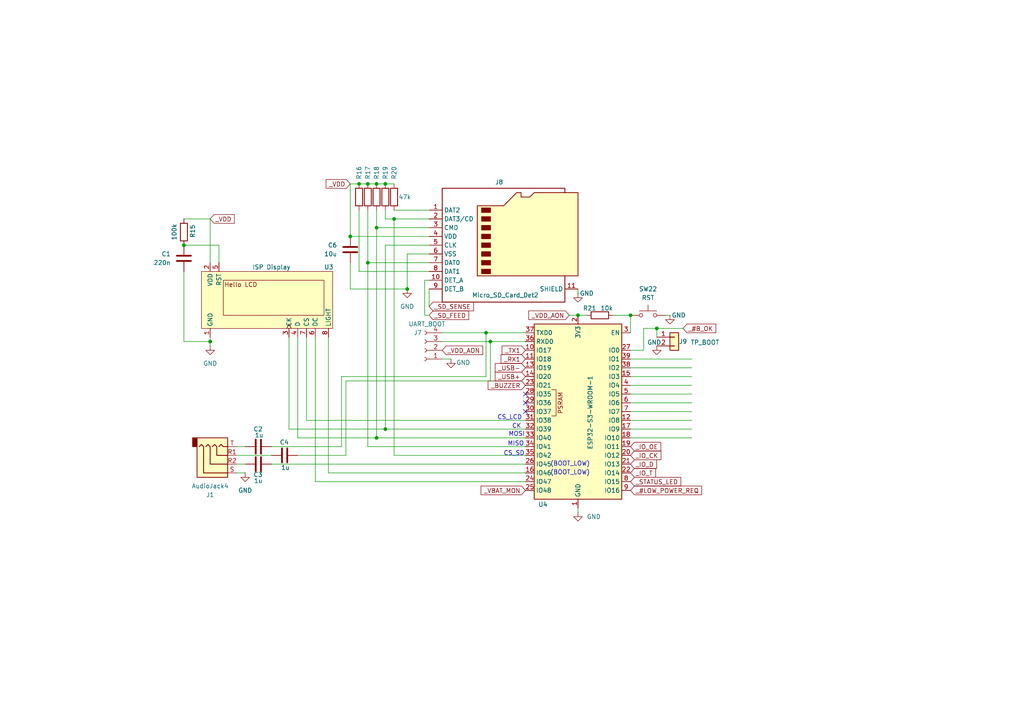
<source format=kicad_sch>
(kicad_sch (version 20231120) (generator "eeschema") (generator_version "8.0")
  (paper "A4")
  (lib_symbols
    (symbol "Connector:Conn_01x04_Socket" (pin_names (offset 1.016) hide)
      (property "Reference" "J" (at 0 5.08 0))
      (property "Value" "Conn_01x04_Socket" (at 0 -7.62 0))
      (symbol "Conn_01x04_Socket_1_1"
        (arc (start 0 -4.572) (mid -0.5058 -5.08) (end 0 -5.588) (stroke (width 0.1524)))
        (arc (start 0 -2.032) (mid -0.5058 -2.54) (end 0 -3.048) (stroke (width 0.1524)))
        (polyline (pts (xy -1.27 -5.08) (xy -0.508 -5.08)) (stroke (width 0.1524)))
        (polyline (pts (xy -1.27 -2.54) (xy -0.508 -2.54)) (stroke (width 0.1524)))
        (polyline (pts (xy -1.27 0) (xy -0.508 0)) (stroke (width 0.1524)))
        (polyline (pts (xy -1.27 2.54) (xy -0.508 2.54)) (stroke (width 0.1524)))
        (arc (start 0 0.508) (mid -0.5058 0) (end 0 -0.508) (stroke (width 0.1524)))
        (arc (start 0 3.048) (mid -0.5058 2.54) (end 0 2.032) (stroke (width 0.1524)))
        (pin passive line (at -5.08 2.54 0) (length 3.81) (name "Pin_1") (number "1"))
        (pin passive line (at -5.08 0 0) (length 3.81) (name "Pin_2") (number "2"))
        (pin passive line (at -5.08 -2.54 0) (length 3.81) (name "Pin_3") (number "3"))
        (pin passive line (at -5.08 -5.08 0) (length 3.81) (name "Pin_4") (number "4"))
      )
    )
    (symbol "Connector:Micro_SD_Card_Det2"
      (property "Reference" "J" (at -16.51 17.78 0))
      (property "Value" "Micro_SD_Card_Det2" (at 16.51 17.78 0))
      (symbol "Micro_SD_Card_Det2_0_1"
        (rectangle (start -7.62 -6.985) (end -5.08 -8.255) (stroke (width 0.254)) (fill (type outline)))
        (rectangle (start -7.62 -4.445) (end -5.08 -5.715) (stroke (width 0.254)) (fill (type outline)))
        (rectangle (start -7.62 -1.905) (end -5.08 -3.175) (stroke (width 0.254)) (fill (type outline)))
        (rectangle (start -7.62 0.635) (end -5.08 -0.635) (stroke (width 0.254)) (fill (type outline)))
        (rectangle (start -7.62 3.175) (end -5.08 1.905) (stroke (width 0.254)) (fill (type outline)))
        (rectangle (start -7.62 5.715) (end -5.08 4.445) (stroke (width 0.254)) (fill (type outline)))
        (rectangle (start -7.62 8.255) (end -5.08 6.985) (stroke (width 0.254)) (fill (type outline)))
        (rectangle (start -7.62 10.795) (end -5.08 9.525) (stroke (width 0.254)) (fill (type outline)))
        (polyline (pts (xy 16.51 15.24) (xy 16.51 16.51) (xy -19.05 16.51) (xy -19.05 -16.51) (xy 16.51 -16.51) (xy 16.51 -8.89)) (stroke (width 0.254)))
        (polyline (pts (xy -8.89 -8.89) (xy -8.89 11.43) (xy -1.27 11.43) (xy 2.54 15.24) (xy 3.81 15.24) (xy 3.81 13.97) (xy 6.35 13.97) (xy 7.62 15.24) (xy 20.32 15.24) (xy 20.32 -8.89) (xy -8.89 -8.89)) (stroke (width 0.254)) (fill (type background)))
      )
      (symbol "Micro_SD_Card_Det2_1_1"
        (pin bidirectional line (at -22.86 10.16 0) (length 3.81) (name "DAT2") (number "1"))
        (pin passive line (at -22.86 -10.16 0) (length 3.81) (name "DET_A") (number "10"))
        (pin passive line (at 20.32 -12.7 180) (length 3.81) (name "SHIELD") (number "11"))
        (pin bidirectional line (at -22.86 7.62 0) (length 3.81) (name "DAT3/CD") (number "2"))
        (pin input line (at -22.86 5.08 0) (length 3.81) (name "CMD") (number "3"))
        (pin power_in line (at -22.86 2.54 0) (length 3.81) (name "VDD") (number "4"))
        (pin input line (at -22.86 0 0) (length 3.81) (name "CLK") (number "5"))
        (pin power_in line (at -22.86 -2.54 0) (length 3.81) (name "VSS") (number "6"))
        (pin bidirectional line (at -22.86 -5.08 0) (length 3.81) (name "DAT0") (number "7"))
        (pin bidirectional line (at -22.86 -7.62 0) (length 3.81) (name "DAT1") (number "8"))
        (pin passive line (at -22.86 -12.7 0) (length 3.81) (name "DET_B") (number "9"))
      )
    )
    (symbol "Connector_Audio:AudioJack4"
      (property "Reference" "J" (at 0 8.89 0))
      (property "Value" "AudioJack4" (at 0 6.35 0))
      (symbol "AudioJack4_0_1"
        (rectangle (start -6.35 -5.08) (end -7.62 -7.62) (stroke (width 0.254)) (fill (type outline)))
        (polyline (pts (xy 0 -5.08) (xy 0.635 -5.715) (xy 1.27 -5.08) (xy 2.54 -5.08)) (stroke (width 0.254)))
        (polyline (pts (xy -5.715 -5.08) (xy -5.08 -5.715) (xy -4.445 -5.08) (xy -4.445 2.54) (xy 2.54 2.54)) (stroke (width 0.254)))
        (polyline (pts (xy -1.905 -5.08) (xy -1.27 -5.715) (xy -0.635 -5.08) (xy -0.635 -2.54) (xy 2.54 -2.54)) (stroke (width 0.254)))
        (polyline (pts (xy 2.54 0) (xy -2.54 0) (xy -2.54 -5.08) (xy -3.175 -5.715) (xy -3.81 -5.08)) (stroke (width 0.254)))
        (rectangle (start 2.54 3.81) (end -6.35 -7.62) (stroke (width 0.254)) (fill (type background)))
      )
      (symbol "AudioJack4_1_1"
        (pin passive line (at 5.08 -2.54 180) (length 2.54) (name "~") (number "R1"))
        (pin passive line (at 5.08 0 180) (length 2.54) (name "~") (number "R2"))
        (pin passive line (at 5.08 2.54 180) (length 2.54) (name "~") (number "S"))
        (pin passive line (at 5.08 -5.08 180) (length 2.54) (name "~") (number "T"))
      )
    )
    (symbol "Connector_Generic:Conn_01x02" (pin_names (offset 1.016) hide)
      (property "Reference" "J" (at 0 2.54 0))
      (property "Value" "Conn_01x02" (at 0 -5.08 0))
      (symbol "Conn_01x02_1_1"
        (rectangle (start -1.27 -2.413) (end 0 -2.667) (stroke (width 0.1524)))
        (rectangle (start -1.27 0.127) (end 0 -0.127) (stroke (width 0.1524)))
        (rectangle (start -1.27 1.27) (end 1.27 -3.81) (stroke (width 0.254)) (fill (type background)))
        (pin passive line (at -5.08 0 0) (length 3.81) (name "Pin_1") (number "1"))
        (pin passive line (at -5.08 -2.54 0) (length 3.81) (name "Pin_2") (number "2"))
      )
    )
    (symbol "Device:C" (pin_numbers hide) (pin_names (offset 0.254))
      (property "Reference" "C" (at 0.635 2.54 0))
      (property "Value" "C" (at 0.635 -2.54 0))
      (symbol "C_0_1"
        (polyline (pts (xy -2.032 -0.762) (xy 2.032 -0.762)) (stroke (width 0.508)))
        (polyline (pts (xy -2.032 0.762) (xy 2.032 0.762)) (stroke (width 0.508)))
      )
      (symbol "C_1_1"
        (pin passive line (at 0 3.81 270) (length 2.794) (name "~") (number "1"))
        (pin passive line (at 0 -3.81 90) (length 2.794) (name "~") (number "2"))
      )
    )
    (symbol "Device:R" (pin_numbers hide) (pin_names (offset 0))
      (property "Reference" "R" (at 2.032 0 90))
      (property "Value" "R" (at 0 0 90))
      (symbol "R_0_1"
        (rectangle (start -1.016 -2.54) (end 1.016 2.54) (stroke (width 0.254)))
      )
      (symbol "R_1_1"
        (pin passive line (at 0 3.81 270) (length 1.27) (name "~") (number "1"))
        (pin passive line (at 0 -3.81 90) (length 1.27) (name "~") (number "2"))
      )
    )
    (symbol "RF_Module:ESP32-S3-WROOM-1"
      (property "Reference" "U" (at -12.7 26.67 0))
      (property "Value" "ESP32-S3-WROOM-1" (at 12.7 26.67 0))
      (symbol "ESP32-S3-WROOM-1_0_0"
        (rectangle (start -12.7 25.4) (end 12.7 -25.4) (stroke (width 0.254)) (fill (type background)))
        (text "PSRAM" (at 5.08 2.54 900) (effects (font (size 1.27 1.27))))
      )
      (symbol "ESP32-S3-WROOM-1_0_1"
        (polyline (pts (xy 7.62 -1.27) (xy 6.35 -1.27) (xy 6.35 6.35) (xy 7.62 6.35)))
      )
      (symbol "ESP32-S3-WROOM-1_1_1"
        (pin power_in line (at 0 -27.94 90) (length 2.54) (name "GND") (number "1"))
        (pin bidirectional line (at 15.24 17.78 180) (length 2.54) (name "IO17") (number "10"))
        (pin bidirectional line (at 15.24 15.24 180) (length 2.54) (name "IO18") (number "11"))
        (pin bidirectional line (at -15.24 -2.54 0) (length 2.54) (name "IO8") (number "12"))
        (pin bidirectional line (at 15.24 12.7 180) (length 2.54) (name "IO19") (number "13"))
        (pin bidirectional line (at 15.24 10.16 180) (length 2.54) (name "IO20") (number "14"))
        (pin bidirectional line (at -15.24 10.16 0) (length 2.54) (name "IO3") (number "15"))
        (pin bidirectional line (at 15.24 -17.78 180) (length 2.54) (name "IO46") (number "16"))
        (pin bidirectional line (at -15.24 -5.08 0) (length 2.54) (name "IO9") (number "17"))
        (pin bidirectional line (at -15.24 -7.62 0) (length 2.54) (name "IO10") (number "18"))
        (pin bidirectional line (at -15.24 -10.16 0) (length 2.54) (name "IO11") (number "19"))
        (pin power_in line (at 0 27.94 270) (length 2.54) (name "3V3") (number "2"))
        (pin bidirectional line (at -15.24 -12.7 0) (length 2.54) (name "IO12") (number "20"))
        (pin bidirectional line (at -15.24 -15.24 0) (length 2.54) (name "IO13") (number "21"))
        (pin bidirectional line (at -15.24 -17.78 0) (length 2.54) (name "IO14") (number "22"))
        (pin bidirectional line (at 15.24 7.62 180) (length 2.54) (name "IO21") (number "23"))
        (pin bidirectional line (at 15.24 -20.32 180) (length 2.54) (name "IO47") (number "24"))
        (pin bidirectional line (at 15.24 -22.86 180) (length 2.54) (name "IO48") (number "25"))
        (pin bidirectional line (at 15.24 -15.24 180) (length 2.54) (name "IO45") (number "26"))
        (pin bidirectional line (at -15.24 17.78 0) (length 2.54) (name "IO0") (number "27"))
        (pin bidirectional line (at 15.24 5.08 180) (length 2.54) (name "IO35") (number "28"))
        (pin bidirectional line (at 15.24 2.54 180) (length 2.54) (name "IO36") (number "29"))
        (pin input line (at -15.24 22.86 0) (length 2.54) (name "EN") (number "3"))
        (pin bidirectional line (at 15.24 0 180) (length 2.54) (name "IO37") (number "30"))
        (pin bidirectional line (at 15.24 -2.54 180) (length 2.54) (name "IO38") (number "31"))
        (pin bidirectional line (at 15.24 -5.08 180) (length 2.54) (name "IO39") (number "32"))
        (pin bidirectional line (at 15.24 -7.62 180) (length 2.54) (name "IO40") (number "33"))
        (pin bidirectional line (at 15.24 -10.16 180) (length 2.54) (name "IO41") (number "34"))
        (pin bidirectional line (at 15.24 -12.7 180) (length 2.54) (name "IO42") (number "35"))
        (pin bidirectional line (at 15.24 20.32 180) (length 2.54) (name "RXD0") (number "36"))
        (pin bidirectional line (at 15.24 22.86 180) (length 2.54) (name "TXD0") (number "37"))
        (pin bidirectional line (at -15.24 12.7 0) (length 2.54) (name "IO2") (number "38"))
        (pin bidirectional line (at -15.24 15.24 0) (length 2.54) (name "IO1") (number "39"))
        (pin bidirectional line (at -15.24 7.62 0) (length 2.54) (name "IO4") (number "4"))
        (pin passive line (at 0 -27.94 90) (length 2.54) hide (name "GND") (number "40"))
        (pin passive line (at 0 -27.94 90) (length 2.54) hide (name "GND") (number "41"))
        (pin bidirectional line (at -15.24 5.08 0) (length 2.54) (name "IO5") (number "5"))
        (pin bidirectional line (at -15.24 2.54 0) (length 2.54) (name "IO6") (number "6"))
        (pin bidirectional line (at -15.24 0 0) (length 2.54) (name "IO7") (number "7"))
        (pin bidirectional line (at -15.24 -20.32 0) (length 2.54) (name "IO15") (number "8"))
        (pin bidirectional line (at -15.24 -22.86 0) (length 2.54) (name "IO16") (number "9"))
      )
    )
    (symbol "Switch:SW_Push" (pin_numbers hide) (pin_names (offset 1.016) hide)
      (property "Reference" "SW" (at 1.27 2.54 0))
      (property "Value" "SW_Push" (at 0 -1.524 0))
      (symbol "SW_Push_0_1"
        (circle (center -2.032 0) (radius 0.508))
        (polyline (pts (xy 0 1.27) (xy 0 3.048)))
        (polyline (pts (xy 2.54 1.27) (xy -2.54 1.27)))
        (circle (center 2.032 0) (radius 0.508))
        (pin passive line (at -5.08 0 0) (length 2.54) (name "1") (number "1"))
        (pin passive line (at 5.08 0 180) (length 2.54) (name "2") (number "2"))
      )
    )
    (symbol "custom:ISP_Display_ST7789_1.9inch"
      (property "Reference" "U" (at 17.78 1.27 0))
      (symbol "ISP_Display_ST7789_1.9inch_1_1"
        (rectangle (start 0 0) (end 38.1 -16.51) (fill (type background)))
        (rectangle (start 6.35 -2.54) (end 35.56 -12.7))
        (text "Hello LCD\n" (at 11.43 -3.81 0) (effects (font (size 1.27 1.27))))
        (pin power_in line (at 2.54 -19.05 90) (length 2.54) (name "GND") (number "1"))
        (pin power_in line (at 2.54 2.54 270) (length 2.54) (name "VDD") (number "2"))
        (pin input clock (at 25.4 -19.05 90) (length 2.54) (name "CK") (number "3"))
        (pin input line (at 27.94 -19.05 90) (length 2.54) (name "D") (number "4"))
        (pin input line (at 5.08 2.54 270) (length 2.54) (name "RST") (number "5"))
        (pin input line (at 33.02 -19.05 90) (length 2.54) (name "DC") (number "6"))
        (pin input line (at 30.48 -19.05 90) (length 2.54) (name "CS") (number "7"))
        (pin power_in line (at 36.83 -19.05 90) (length 2.54) (name "LIGHT") (number "8"))
      )
    )
    (symbol "power:GND" (power) (pin_numbers hide) (pin_names (offset 0) hide)
      (property "Value" "GND" (at 0 -3.81 0))
      (symbol "GND_0_1"
        (polyline (pts (xy 0 0) (xy 0 -1.27) (xy 1.27 -1.27) (xy 0 -2.54) (xy -1.27 -1.27) (xy 0 -1.27)))
      )
      (symbol "GND_1_1"
        (pin power_in line (at 0 0 270) (length 0) (name "~") (number "1"))
      )
    )
  )
  (junction (at 53.34 71.12))
  (junction (at 106.68 53.34))
  (junction (at 140.97 96.52))
  (junction (at 111.76 53.34))
  (junction (at 142.24 99.06))
  (junction (at 167.64 91.44))
  (junction (at 106.68 76.2))
  (junction (at 109.22 127))
  (junction (at 114.3 63.5))
  (junction (at 190.5 95.25))
  (junction (at 118.11 83.82))
  (junction (at 109.22 66.04))
  (junction (at 60.96 99.06))
  (junction (at 182.88 91.44))
  (junction (at 111.76 124.46))
  (junction (at 101.6 68.58))
  (junction (at 109.22 53.34))
  (junction (at 104.14 53.34))
  (no_connect (at 152.4 114.3))
  (no_connect (at 152.4 119.38))
  (no_connect (at 152.4 116.84))
  (wire (pts (xy 78.74 129.54) (xy 99.06 129.54)))
  (wire (pts (xy 86.36 132.08) (xy 100.33 132.08)))
  (wire (pts (xy 104.14 78.74) (xy 104.14 60.96)))
  (wire (pts (xy 186.69 95.25) (xy 186.69 101.6)))
  (wire (pts (xy 111.76 71.12) (xy 124.46 71.12)))
  (wire (pts (xy 182.88 104.14) (xy 200.66 104.14)))
  (wire (pts (xy 99.06 109.22) (xy 140.97 109.22)))
  (wire (pts (xy 124.46 66.04) (xy 109.22 66.04)))
  (wire (pts (xy 91.44 139.7) (xy 152.4 139.7)))
  (wire (pts (xy 142.24 99.06) (xy 152.4 99.06)))
  (wire (pts (xy 167.64 91.44) (xy 170.18 91.44)))
  (wire (pts (xy 114.3 60.96) (xy 124.46 60.96)))
  (wire (pts (xy 123.19 81.28) (xy 124.46 81.28)))
  (wire (pts (xy 83.82 97.79) (xy 83.82 124.46)))
  (wire (pts (xy 106.68 129.54) (xy 152.4 129.54)))
  (wire (pts (xy 109.22 53.34) (xy 111.76 53.34)))
  (wire (pts (xy 182.88 96.52) (xy 182.88 91.44)))
  (wire (pts (xy 124.46 88.9) (xy 124.46 83.82)))
  (wire (pts (xy 99.06 129.54) (xy 99.06 109.22)))
  (wire (pts (xy 124.46 68.58) (xy 101.6 68.58)))
  (wire (pts (xy 167.64 148.59) (xy 167.64 147.32)))
  (wire (pts (xy 182.88 127) (xy 200.66 127)))
  (wire (pts (xy 123.19 81.28) (xy 123.19 91.44)))
  (wire (pts (xy 106.68 76.2) (xy 106.68 60.96)))
  (wire (pts (xy 95.25 137.16) (xy 95.25 97.79)))
  (wire (pts (xy 53.34 71.12) (xy 63.5 71.12)))
  (wire (pts (xy 128.27 99.06) (xy 142.24 99.06)))
  (wire (pts (xy 177.8 91.44) (xy 182.88 91.44)))
  (wire (pts (xy 152.4 132.08) (xy 114.3 132.08)))
  (wire (pts (xy 118.11 73.66) (xy 124.46 73.66)))
  (wire (pts (xy 130.81 104.14) (xy 128.27 104.14)))
  (wire (pts (xy 53.34 63.5) (xy 60.96 63.5)))
  (wire (pts (xy 182.88 124.46) (xy 200.66 124.46)))
  (wire (pts (xy 123.19 91.44) (xy 124.46 91.44)))
  (wire (pts (xy 104.14 53.34) (xy 106.68 53.34)))
  (wire (pts (xy 194.31 91.44) (xy 193.04 91.44)))
  (wire (pts (xy 101.6 76.2) (xy 101.6 83.82)))
  (wire (pts (xy 190.5 95.25) (xy 186.69 95.25)))
  (wire (pts (xy 182.88 121.92) (xy 200.66 121.92)))
  (wire (pts (xy 111.76 71.12) (xy 111.76 124.46)))
  (wire (pts (xy 78.74 134.62) (xy 152.4 134.62)))
  (wire (pts (xy 124.46 76.2) (xy 106.68 76.2)))
  (wire (pts (xy 182.88 116.84) (xy 200.66 116.84)))
  (wire (pts (xy 128.27 96.52) (xy 140.97 96.52)))
  (wire (pts (xy 142.24 99.06) (xy 142.24 110.49)))
  (wire (pts (xy 114.3 63.5) (xy 111.76 63.5)))
  (wire (pts (xy 106.68 53.34) (xy 109.22 53.34)))
  (wire (pts (xy 140.97 96.52) (xy 152.4 96.52)))
  (wire (pts (xy 86.36 127) (xy 109.22 127)))
  (wire (pts (xy 182.88 106.68) (xy 200.66 106.68)))
  (wire (pts (xy 101.6 83.82) (xy 118.11 83.82)))
  (wire (pts (xy 124.46 63.5) (xy 114.3 63.5)))
  (wire (pts (xy 86.36 97.79) (xy 86.36 127)))
  (wire (pts (xy 106.68 76.2) (xy 106.68 129.54)))
  (wire (pts (xy 109.22 66.04) (xy 109.22 60.96)))
  (wire (pts (xy 60.96 63.5) (xy 60.96 76.2)))
  (wire (pts (xy 88.9 121.92) (xy 152.4 121.92)))
  (wire (pts (xy 140.97 109.22) (xy 140.97 96.52)))
  (wire (pts (xy 109.22 127) (xy 152.4 127)))
  (wire (pts (xy 111.76 124.46) (xy 152.4 124.46)))
  (wire (pts (xy 60.96 99.06) (xy 60.96 97.79)))
  (wire (pts (xy 71.12 129.54) (xy 68.58 129.54)))
  (wire (pts (xy 53.34 99.06) (xy 53.34 78.74)))
  (wire (pts (xy 88.9 97.79) (xy 88.9 121.92)))
  (wire (pts (xy 63.5 71.12) (xy 63.5 76.2)))
  (wire (pts (xy 60.96 100.33) (xy 60.96 99.06)))
  (wire (pts (xy 68.58 134.62) (xy 71.12 134.62)))
  (wire (pts (xy 165.1 91.44) (xy 167.64 91.44)))
  (wire (pts (xy 186.69 101.6) (xy 182.88 101.6)))
  (wire (pts (xy 114.3 63.5) (xy 114.3 132.08)))
  (wire (pts (xy 167.64 85.09) (xy 167.64 83.82)))
  (wire (pts (xy 100.33 110.49) (xy 100.33 132.08)))
  (wire (pts (xy 111.76 53.34) (xy 114.3 53.34)))
  (wire (pts (xy 118.11 73.66) (xy 118.11 83.82)))
  (wire (pts (xy 71.12 137.16) (xy 68.58 137.16)))
  (wire (pts (xy 182.88 111.76) (xy 200.66 111.76)))
  (wire (pts (xy 182.88 114.3) (xy 200.66 114.3)))
  (wire (pts (xy 101.6 68.58) (xy 101.6 53.34)))
  (wire (pts (xy 95.25 137.16) (xy 152.4 137.16)))
  (wire (pts (xy 111.76 60.96) (xy 111.76 63.5)))
  (wire (pts (xy 124.46 78.74) (xy 104.14 78.74)))
  (wire (pts (xy 91.44 97.79) (xy 91.44 139.7)))
  (wire (pts (xy 142.24 110.49) (xy 100.33 110.49)))
  (wire (pts (xy 83.82 124.46) (xy 111.76 124.46)))
  (wire (pts (xy 68.58 132.08) (xy 78.74 132.08)))
  (wire (pts (xy 182.88 109.22) (xy 200.66 109.22)))
  (wire (pts (xy 182.88 119.38) (xy 200.66 119.38)))
  (wire (pts (xy 190.5 95.25) (xy 190.5 97.79)))
  (wire (pts (xy 101.6 53.34) (xy 104.14 53.34)))
  (wire (pts (xy 60.96 99.06) (xy 53.34 99.06)))
  (wire (pts (xy 198.12 95.25) (xy 190.5 95.25)))
  (wire (pts (xy 109.22 66.04) (xy 109.22 127)))
  (text "(BOOT_LOW)" (at 165.354 134.62 0) (effects (font (size 1.27 1.27))))
  (text "CS_SD\n" (at 149.098 131.572 0) (effects (font (size 1.27 1.27))))
  (text "CS_LCD\n" (at 147.828 121.158 0) (effects (font (size 1.27 1.27))))
  (text "CK\n" (at 149.86 123.698 0) (effects (font (size 1.27 1.27))))
  (text "(BOOT_LOW)" (at 165.354 137.16 0) (effects (font (size 1.27 1.27))))
  (text "MISO" (at 149.606 128.778 0) (effects (font (size 1.27 1.27))))
  (text "MOSI\n" (at 149.86 125.984 0) (effects (font (size 1.27 1.27))))
  (global_label "_IO_OE" (shape input) (at 182.88 129.54 0) (property "Intersheetrefs" "${INTERSHEET_REFS}" (effects (hide yes))))
  (global_label "_VBAT_MON" (shape input) (at 152.4 142.24 180) (property "Intersheetrefs" "${INTERSHEET_REFS}" (effects (hide yes))))
  (global_label "_USB+" (shape input) (at 152.4 109.22 180) (property "Intersheetrefs" "${INTERSHEET_REFS}" (effects (hide yes))))
  (global_label "_IO_D" (shape input) (at 182.88 134.62 0) (property "Intersheetrefs" "${INTERSHEET_REFS}" (effects (hide yes))))
  (global_label "_BUZZER" (shape input) (at 152.4 111.76 180) (property "Intersheetrefs" "${INTERSHEET_REFS}" (effects (hide yes))))
  (global_label "_VDD" (shape input) (at 60.96 63.5 0) (property "Intersheetrefs" "${INTERSHEET_REFS}" (effects (hide yes))))
  (global_label "_#B_OK" (shape input) (at 198.12 95.25 0) (property "Intersheetrefs" "${INTERSHEET_REFS}" (effects (hide yes))))
  (global_label "_STATUS_LED" (shape input) (at 182.88 139.7 0) (property "Intersheetrefs" "${INTERSHEET_REFS}" (effects (hide yes))))
  (global_label "_VDD_AON" (shape input) (at 128.27 101.6 0) (property "Intersheetrefs" "${INTERSHEET_REFS}" (effects (hide yes))))
  (global_label "_VDD" (shape input) (at 101.6 53.34 180) (property "Intersheetrefs" "${INTERSHEET_REFS}" (effects (hide yes))))
  (global_label "_USB-" (shape input) (at 152.4 106.68 180) (property "Intersheetrefs" "${INTERSHEET_REFS}" (effects (hide yes))))
  (global_label "_IO_CK" (shape input) (at 182.88 132.08 0) (property "Intersheetrefs" "${INTERSHEET_REFS}" (effects (hide yes))))
  (global_label "_VDD_AON" (shape input) (at 165.1 91.44 180) (property "Intersheetrefs" "${INTERSHEET_REFS}" (effects (hide yes))))
  (global_label "_IO_T" (shape input) (at 182.88 137.16 0) (property "Intersheetrefs" "${INTERSHEET_REFS}" (effects (hide yes))))
  (global_label "_#LOW_POWER_REQ" (shape input) (at 182.88 142.24 0) (property "Intersheetrefs" "${INTERSHEET_REFS}" (effects (hide yes))))
  (global_label "_SD_SENSE" (shape input) (at 124.46 88.9 0) (property "Intersheetrefs" "${INTERSHEET_REFS}" (effects (hide yes))))
  (global_label "_TX1" (shape input) (at 152.4 101.6 180) (property "Intersheetrefs" "${INTERSHEET_REFS}" (effects (hide yes))))
  (global_label "_RX1" (shape input) (at 152.4 104.14 180) (property "Intersheetrefs" "${INTERSHEET_REFS}" (effects (hide yes))))
  (global_label "_SD_FEED" (shape input) (at 124.46 91.44 0) (property "Intersheetrefs" "${INTERSHEET_REFS}" (effects (hide yes))))
  (symbol (lib_id "Device:R") (at 109.22 57.15 0) (unit 1)
    (property "Reference" "R18" (at 109.22 52.07 90) (effects (justify left)))
    (property "Value" "47k" (effects (hide yes)))
    (property "Footprint" "Resistor_SMD:R_0805_2012Metric_Pad1.20x1.40mm_HandSolder" (effects (hide yes)))
    (property "Description" "Resistor" (effects (hide yes)))
  )
  (symbol (lib_id "Device:C") (at 53.34 74.93 0) (mirror y) (unit 1)
    (property "Reference" "C1" (at 49.53 73.6599 0) (effects (justify left)))
    (property "Value" "220n" (at 49.53 76.1999 0) (effects (justify left)))
    (property "Footprint" "Capacitor_SMD:C_0805_2012Metric" (effects (hide yes)))
    (property "Description" "Unpolarized capacitor" (effects (hide yes)))
  )
  (symbol (lib_id "Device:R") (at 106.68 57.15 0) (unit 1)
    (property "Reference" "R17" (at 106.68 52.07 90) (effects (justify left)))
    (property "Value" "47k" (effects (hide yes)))
    (property "Footprint" "Resistor_SMD:R_0805_2012Metric_Pad1.20x1.40mm_HandSolder" (effects (hide yes)))
    (property "Description" "Resistor" (effects (hide yes)))
  )
  (symbol (lib_id "Device:R") (at 104.14 57.15 0) (unit 1)
    (property "Reference" "R16" (at 104.14 52.07 90) (effects (justify left)))
    (property "Value" "47k" (effects (hide yes)))
    (property "Footprint" "Resistor_SMD:R_0805_2012Metric_Pad1.20x1.40mm_HandSolder" (effects (hide yes)))
    (property "Description" "Resistor" (effects (hide yes)))
  )
  (symbol (lib_id "Device:R") (at 53.34 67.31 0) (unit 1)
    (property "Reference" "R15" (at 55.88 67.056 90))
    (property "Value" "100k" (at 50.546 67.31 90))
    (property "Footprint" "Resistor_SMD:R_0805_2012Metric_Pad1.20x1.40mm_HandSolder" (effects (hide yes)))
    (property "Description" "Resistor" (effects (hide yes)))
  )
  (symbol (lib_id "power:GND") (at 167.64 148.59 0) (mirror y) (unit 1)
    (property "Reference" "#PWR015" (effects (hide yes)))
    (property "Value" "GND" (at 170.18 149.8599 0) (effects (justify right)))
    (property "Description" "Power symbol creates a global label with name \"GND\" , ground" (effects (hide yes)))
  )
  (symbol (lib_id "Device:C") (at 82.55 132.08 90) (mirror x) (unit 1)
    (property "Reference" "C4" (at 83.82 128.27 90) (effects (justify left)))
    (property "Value" "1u" (at 84.074 135.636 90) (effects (justify left)))
    (property "Footprint" "Capacitor_SMD:C_0805_2012Metric" (effects (hide yes)))
    (property "Description" "Unpolarized capacitor" (effects (hide yes)))
  )
  (symbol (lib_id "power:GND") (at 71.12 137.16 0) (unit 1)
    (property "Reference" "#PWR010" (effects (hide yes)))
    (property "Value" "GND" (at 71.12 142.24 0))
    (property "Description" "Power symbol creates a global label with name \"GND\" , ground" (effects (hide yes)))
  )
  (symbol (lib_id "RF_Module:ESP32-S3-WROOM-1") (at 167.64 119.38 0) (mirror y) (unit 1)
    (property "Reference" "U4" (at 157.48 146.304 0))
    (property "Value" "ESP32-S3-WROOM-1" (at 171.196 119.634 90))
    (property "Footprint" "RF_Module:ESP32-S3-WROOM-1" (effects (hide yes)))
    (property "Datasheet" "https://www.espressif.com/sites/default/files/documentation/esp32-s3-wroom-1_wroom-1u_datasheet_en.pdf" (effects (hide yes)))
    (property "Description" "RF Module, ESP32-S3 SoC, Wi-Fi 802.11b/g/n, Bluetooth, BLE, 32-bit, 3.3V, onboard antenna, SMD" (effects (hide yes)))
  )
  (symbol (lib_id "power:GND") (at 167.64 85.09 0) (mirror y) (unit 1)
    (property "Reference" "#PWR014" (effects (hide yes)))
    (property "Value" "GND" (at 170.18 85.09 0))
    (property "Description" "Power symbol creates a global label with name \"GND\" , ground" (effects (hide yes)))
  )
  (symbol (lib_id "Device:R") (at 114.3 57.15 0) (unit 1)
    (property "Reference" "R20" (at 114.3 52.07 90) (effects (justify left)))
    (property "Value" "47k" (at 115.57 57.15 0) (effects (justify left)))
    (property "Footprint" "Resistor_SMD:R_0805_2012Metric_Pad1.20x1.40mm_HandSolder" (effects (hide yes)))
    (property "Description" "Resistor" (effects (hide yes)))
  )
  (symbol (lib_id "Device:R") (at 111.76 57.15 0) (unit 1)
    (property "Reference" "R19" (at 111.76 52.07 90) (effects (justify left)))
    (property "Value" "47k" (effects (hide yes)))
    (property "Footprint" "Resistor_SMD:R_0805_2012Metric_Pad1.20x1.40mm_HandSolder" (effects (hide yes)))
    (property "Description" "Resistor" (effects (hide yes)))
  )
  (symbol (lib_id "power:GND") (at 130.81 104.14 0) (mirror y) (unit 1)
    (property "Reference" "#PWR013" (effects (hide yes)))
    (property "Value" "GND" (at 134.366 105.156 0))
    (property "Description" "Power symbol creates a global label with name \"GND\" , ground" (effects (hide yes)))
  )
  (symbol (lib_id "power:GND") (at 194.31 91.44 0) (mirror y) (unit 1)
    (property "Reference" "#PWR018" (effects (hide yes)))
    (property "Value" "GND" (at 196.85 91.44 0))
    (property "Description" "Power symbol creates a global label with name \"GND\" , ground" (effects (hide yes)))
  )
  (symbol (lib_id "Switch:SW_Push") (at 187.96 91.44 0) (unit 1)
    (property "Reference" "SW22" (at 187.96 83.82 0))
    (property "Value" "RST" (at 187.96 86.36 0))
    (property "Footprint" "Button_Switch_SMD:SW_SPST_PTS647_Sx38" (effects (hide yes)))
    (property "Description" "Push button switch, generic, two pins" (effects (hide yes)))
  )
  (symbol (lib_id "Connector:Micro_SD_Card_Det2") (at 147.32 71.12 0) (unit 1)
    (property "Reference" "J8" (at 144.78 52.832 0))
    (property "Value" "Micro_SD_Card_Det2" (at 146.558 85.598 0))
    (property "Footprint" "footprints:microSD_Short_1" (effects (hide yes)))
    (property "Datasheet" "https://www.hirose.com/en/product/document?clcode=&productname=&series=DM3&documenttype=Catalog&lang=en&documentid=D49662_en" (effects (hide yes)))
    (property "Description" "Micro SD Card Socket with two card detection pins" (effects (hide yes)))
  )
  (symbol (lib_id "Device:R") (at 173.99 91.44 270) (unit 1)
    (property "Reference" "R21" (at 172.974 89.408 90) (effects (justify right)))
    (property "Value" "10k" (at 177.8 89.408 90) (effects (justify right)))
    (property "Footprint" "Resistor_SMD:R_0805_2012Metric_Pad1.20x1.40mm_HandSolder" (effects (hide yes)))
    (property "Description" "Resistor" (effects (hide yes)))
  )
  (symbol (lib_id "Connector_Generic:Conn_01x02") (at 195.58 97.79 0) (unit 1)
    (property "Reference" "J9" (at 198.12 99.06 0))
    (property "Value" "TP_BOOT" (at 204.47 99.314 0))
    (property "Footprint" "Connector_PinSocket_1.00mm:PinSocket_1x02_P1.00mm_Vertical" (effects (hide yes)))
    (property "Description" "Generic connector, single row, 01x02, script generated (kicad-library-utils/schlib/autogen/connector/)" (effects (hide yes)))
  )
  (symbol (lib_id "power:GND") (at 60.96 100.33 0) (mirror y) (unit 1)
    (property "Reference" "#PWR07" (effects (hide yes)))
    (property "Value" "GND" (at 60.96 105.41 0))
    (property "Description" "Power symbol creates a global label with name \"GND\" , ground" (effects (hide yes)))
  )
  (symbol (lib_id "Device:C") (at 101.6 72.39 0) (mirror y) (unit 1)
    (property "Reference" "C6" (at 97.79 71.1199 0) (effects (justify left)))
    (property "Value" "10u" (at 97.79 73.6599 0) (effects (justify left)))
    (property "Footprint" "Capacitor_SMD:C_0805_2012Metric" (effects (hide yes)))
    (property "Description" "Unpolarized capacitor" (effects (hide yes)))
  )
  (symbol (lib_id "Connector_Audio:AudioJack4") (at 63.5 134.62 0) (mirror x) (unit 1)
    (property "Reference" "J1" (at 60.96 143.51 0))
    (property "Value" "AudioJack4" (at 60.96 140.97 0))
    (property "Footprint" "Connector_Audio:Jack_3.5mm_PJ320E_Horizontal" (effects (hide yes)))
    (property "Description" "Audio Jack, 4 Poles (TRRS)" (effects (hide yes)))
  )
  (symbol (lib_id "Device:C") (at 74.93 134.62 90) (mirror x) (unit 1)
    (property "Reference" "C3" (at 76.2 137.668 90) (effects (justify left)))
    (property "Value" "1u" (at 76.2 139.446 90) (effects (justify left)))
    (property "Footprint" "Capacitor_SMD:C_0805_2012Metric" (effects (hide yes)))
    (property "Description" "Unpolarized capacitor" (effects (hide yes)))
  )
  (symbol (lib_id "power:GND") (at 118.11 83.82 0) (mirror y) (unit 1)
    (property "Reference" "#PWR011" (effects (hide yes)))
    (property "Value" "GND" (at 118.11 88.9 0))
    (property "Description" "Power symbol creates a global label with name \"GND\" , ground" (effects (hide yes)))
  )
  (symbol (lib_id "custom:ISP_Display_ST7789_1.9inch") (at 58.42 78.74 0) (unit 1)
    (property "Reference" "U3" (at 93.98 77.47 0) (effects (justify left)))
    (property "Value" "ISP Display" (at 78.74 77.47 0))
    (property "Footprint" "footprints:ST7789 1.9inch module Display - No hole" (effects (hide yes)))
  )
  (symbol (lib_id "Connector:Conn_01x04_Socket") (at 123.19 101.6 180) (unit 1)
    (property "Reference" "J7" (at 121.158 96.52 0))
    (property "Value" "UART_BOOT" (at 123.825 93.98 0))
    (property "Footprint" "Connector_PinSocket_2.54mm:PinSocket_1x04_P2.54mm_Vertical" (effects (hide yes)))
    (property "Description" "Generic connector, single row, 01x04, script generated" (effects (hide yes)))
  )
  (symbol (lib_id "power:GND") (at 190.5 100.33 0) (mirror y) (unit 1)
    (property "Reference" "#PWR017" (effects (hide yes)))
    (property "Value" "GND" (at 189.738 99.314 0))
    (property "Description" "Power symbol creates a global label with name \"GND\" , ground" (effects (hide yes)))
  )
  (symbol (lib_id "Device:C") (at 74.93 129.54 90) (mirror x) (unit 1)
    (property "Reference" "C2" (at 76.2 124.46 90) (effects (justify left)))
    (property "Value" "1u" (at 76.454 126.238 90) (effects (justify left)))
    (property "Footprint" "Capacitor_SMD:C_0805_2012Metric" (effects (hide yes)))
    (property "Description" "Unpolarized capacitor" (effects (hide yes)))
  )
)
</source>
